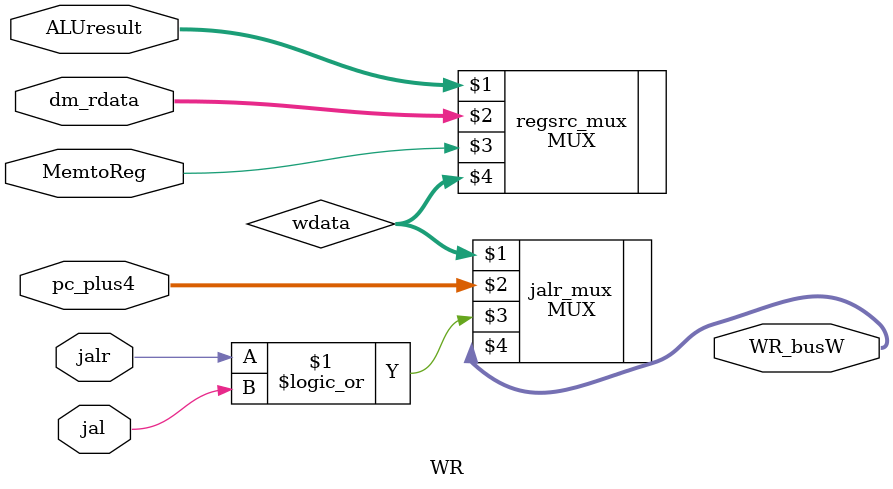
<source format=v>
module WR(
    input [31:0]dm_rdata,
    input [31:0]ALUresult,
    input MemtoReg,
    input jal,jalr,
    input [31:0]pc_plus4,

    output [31:0]WR_busW
);

wire[31:0]wdata;
MUX regsrc_mux(ALUresult,dm_rdata,MemtoReg,wdata);
MUX jalr_mux(wdata,pc_plus4,(jalr||jal),WR_busW);//jalr mux for writing Rd

endmodule
</source>
